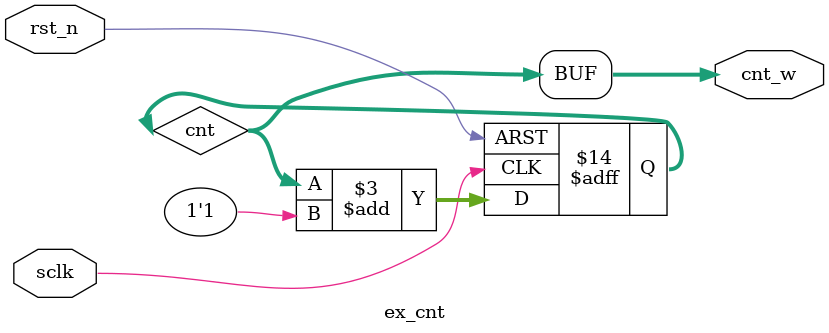
<source format=v>
module ex_cnt (
    input wire sclk,
    input wire rst_n,
    output wire [7:0] cnt_w
);

reg [7:0] cnt;
reg ctl_flag; // ctl_flag == 0: cnt 0->255; ctl
assign cnt_w = cnt;
//always @(posedge sclk) begin // 同步复位 xilinx
always @(posedge sclk or negedge rst_n) begin // 异步复位
    if(rst_n == 1'b0)
        cnt <= 8'd0;
    else
        cnt <= cnt + 1'b1;
end

always @(posedge sclk or negedge rst_n) begin
    if(rst_n == 1'b0)
        ctl_flag <= 1'b0;
    else if(cnt == 8'd0) // ((|cnt) == 1'b0) // 按位或
        ctl_flag <= 1'b0;
    else if(cnt == 8'd255) //((&cnt) == 1'b1)
        ctl_flag <= 1'b1;
end

endmodule
</source>
